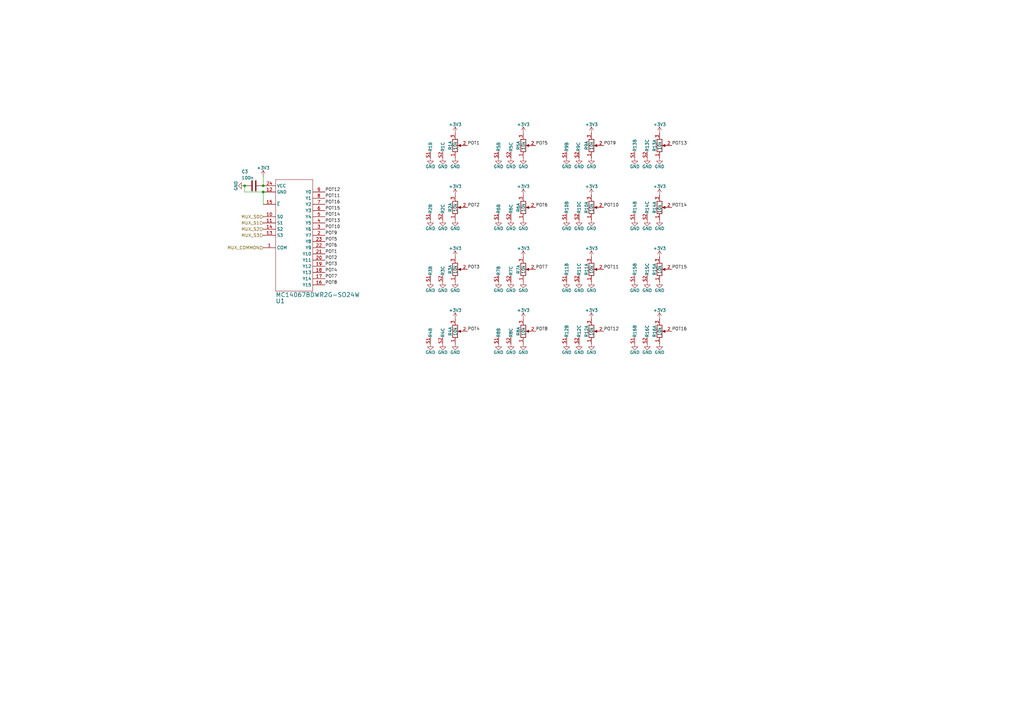
<source format=kicad_sch>
(kicad_sch (version 20250114) (generator "eeschema") (generator_version "9.0")
  (paper "A3")
  (lib_symbols
    (symbol "Device:C" (pin_numbers (hide yes)) (pin_names (offset 0.254))
      (property "Reference" "C" (at 0.635 2.54 0))
      (property "Value" "C" (at 0.635 -2.54 0))
      (symbol "C_1_1"
        (pin passive line (at 0 3.81 270) (length 2.794) (name "~") (number "1"))
        (pin passive line (at 0 -3.81 90) (length 2.794) (name "~") (number "2"))
      )
    )
    (symbol "Igor:74HC4067"
      (property "Reference" "U?" (at 6.35 49.53 0))
      (property "Value" "74HC4067" (at 2.54 46.99 0))
      (symbol "74HC4067_1_1"
        (pin power_in line (at -5.08 43.18 0) (length 5.08) (name "VCC") (number "24"))
        (pin power_in line (at -5.08 40.64 0) (length 5.08) (name "GND") (number "12"))
        (pin input line (at -5.08 35.56 0) (length 5.08) (name "~{E}") (number "15"))
        (pin input line (at -5.08 30.48 0) (length 5.08) (name "S0") (number "10"))
        (pin input line (at -5.08 27.94 0) (length 5.08) (name "S1") (number "11"))
        (pin input line (at -5.08 25.4 0) (length 5.08) (name "S2") (number "14"))
        (pin input line (at -5.08 22.86 0) (length 5.08) (name "S3") (number "13"))
        (pin passive line (at -5.08 17.78 0) (length 5.08) (name "COM") (number "1"))
        (pin passive line (at 20.32 40.64 180) (length 5.08) (name "Y0") (number "9"))
        (pin passive line (at 20.32 38.1 180) (length 5.08) (name "Y1") (number "8"))
        (pin passive line (at 20.32 35.56 180) (length 5.08) (name "Y2") (number "7"))
        (pin passive line (at 20.32 33.02 180) (length 5.08) (name "Y3") (number "6"))
        (pin passive line (at 20.32 30.48 180) (length 5.08) (name "Y4") (number "5"))
        (pin passive line (at 20.32 27.94 180) (length 5.08) (name "Y5") (number "4"))
        (pin passive line (at 20.32 25.4 180) (length 5.08) (name "Y6") (number "3"))
        (pin passive line (at 20.32 22.86 180) (length 5.08) (name "Y7") (number "2"))
        (pin passive line (at 20.32 20.32 180) (length 5.08) (name "Y8") (number "23"))
        (pin passive line (at 20.32 17.78 180) (length 5.08) (name "Y9") (number "22"))
        (pin passive line (at 20.32 15.24 180) (length 5.08) (name "Y10") (number "21"))
        (pin passive line (at 20.32 12.7 180) (length 5.08) (name "Y11") (number "20"))
        (pin passive line (at 20.32 10.16 180) (length 5.08) (name "Y12") (number "19"))
        (pin passive line (at 20.32 7.62 180) (length 5.08) (name "Y13") (number "18"))
        (pin passive line (at 20.32 5.08 180) (length 5.08) (name "Y14") (number "17"))
        (pin passive line (at 20.32 2.54 180) (length 5.08) (name "Y15") (number "16"))
      )
    )
    (symbol "Igor:Potentiometer_S" (pin_names (hide yes))
      (property "Reference" "R" (at 1.778 3.556 0))
      (symbol "Potentiometer_S_1_1"
        (pin passive line (at 0 5.08 270) (length 2.54) (name "1") (number "1"))
        (pin passive line (at 0 -5.08 90) (length 2.54) (name "3") (number "3"))
        (pin passive line (at 5.08 0 180) (length 2.54) (name "2") (number "2"))
      )
      (symbol "Potentiometer_S_2_1"
        (pin passive line (at 0 2.54 270) (length 2.54) (name "S1") (number "S1"))
      )
      (symbol "Potentiometer_S_3_1"
        (pin passive line (at 0 2.54 270) (length 2.54) (name "S2") (number "S2"))
      )
    )
    (symbol "power:+3V3" (power) (pin_numbers (hide yes)) (pin_names (offset 0) (hide yes))
      (property "Value" "+3V3" (at 0 3.556 0))
      (symbol "+3V3_1_1"
        (pin power_in line (at 0 0 90) (length 0) (name "~") (number "1"))
      )
    )
    (symbol "power:GND" (power) (pin_numbers (hide yes)) (pin_names (offset 0) (hide yes))
      (property "Value" "GND" (at 0 -3.81 0))
      (symbol "GND_1_1"
        (pin power_in line (at 0 0 270) (length 0) (name "~") (number "1"))
      )
    )
  )
  (junction (at 100.33 76.2))
  (junction (at 107.95 78.74))
  (junction (at 107.95 76.2))
  (wire (pts (xy 100.33 78.74) (xy 107.95 78.74)) (stroke (width 0.1524)))
  (wire (pts (xy 100.33 78.74) (xy 100.33 76.2)) (stroke (width 0.1524)))
  (wire (pts (xy 107.95 78.74) (xy 107.95 83.82)))
  (wire (pts (xy 107.95 72.39) (xy 107.95 76.2)))
  (label "POT15" (at 275.59 110.49 0))
  (label "POT12" (at 247.65 135.89 0))
  (label "POT5" (at 133.35 99.06 0))
  (label "POT11" (at 133.35 81.28 0))
  (label "POT10" (at 133.35 93.98 0))
  (label "POT14" (at 133.35 88.9 0))
  (label "POT13" (at 133.35 91.44 0))
  (label "POT16" (at 133.35 83.82 0))
  (label "POT14" (at 275.59 85.09 0))
  (label "POT11" (at 247.65 110.49 0))
  (label "POT2" (at 133.35 106.68 0))
  (label "POT3" (at 191.77 110.49 0))
  (label "POT9" (at 133.35 96.52 0))
  (label "POT1" (at 191.77 59.69 0))
  (label "POT9" (at 247.65 59.69 0))
  (label "POT7" (at 219.71 110.49 0))
  (label "POT5" (at 219.71 59.69 0))
  (label "POT6" (at 219.71 85.09 0))
  (label "POT16" (at 275.59 135.89 0))
  (label "POT3" (at 133.35 109.22 0))
  (label "POT4" (at 133.35 111.76 0))
  (label "POT8" (at 219.71 135.89 0))
  (label "POT10" (at 247.65 85.09 0))
  (label "POT1" (at 133.35 104.14 0))
  (label "POT13" (at 275.59 59.69 0))
  (label "POT8" (at 133.35 116.84 0))
  (label "POT6" (at 133.35 101.6 0))
  (label "POT12" (at 133.35 78.74 0))
  (label "POT15" (at 133.35 86.36 0))
  (label "POT2" (at 191.77 85.09 0))
  (label "POT4" (at 191.77 135.89 0))
  (label "POT7" (at 133.35 114.3 0))
  (hierarchical_label "MUX_S2" (shape input) (at 107.95 93.98 180))
  (hierarchical_label "MUX_S1" (shape input) (at 107.95 91.44 180))
  (hierarchical_label "MUX_S3" (shape input) (at 107.95 96.52 180))
  (hierarchical_label "MUX_COMMON" (shape input) (at 107.95 101.6 180))
  (hierarchical_label "MUX_S0" (shape input) (at 107.95 88.9 180))
  (symbol (lib_id "power:+3V3") (at 270.51 130.81 0) (unit 1)
    (property "Reference" "#PWR0139" (effects (hide yes)))
    (property "Value" "+3V3" (at 270.51 127.254 0))
    (property "Description" "Power symbol creates a global label with name \"+3V3\"" (effects (hide yes)))
    (instances (project "Pots" (path "" (reference "#PWR0139") (unit 1)) (path "" (reference "#PWR0141") (unit 1)) (path "" (reference "#PWR0140") (unit 1)) (path "" (reference "#PWR0142") (unit 1))))
  )
  (symbol (lib_id "power:GND") (at 242.57 140.97 0) (unit 1)
    (property "Reference" "#PWR055" (effects (hide yes)))
    (property "Value" "GND" (at 242.57 144.526 0))
    (property "Description" "Power symbol creates a global label with name \"GND\" , ground" (effects (hide yes)))
    (instances (project "Pots" (path "" (reference "#PWR055") (unit 1)) (path "" (reference "#PWR057") (unit 1)) (path "" (reference "#PWR056") (unit 1)) (path "" (reference "#PWR058") (unit 1))))
  )
  (symbol (lib_id "power:+3V3") (at 186.69 105.41 0) (unit 1)
    (property "Reference" "#PWR0111" (effects (hide yes)))
    (property "Value" "+3V3" (at 186.69 101.854 0))
    (property "Description" "Power symbol creates a global label with name \"+3V3\"" (effects (hide yes)))
    (instances (project "Pots" (path "" (reference "#PWR0111") (unit 1)) (path "" (reference "#PWR0113") (unit 1)) (path "" (reference "#PWR0112") (unit 1)) (path "" (reference "#PWR0114") (unit 1))))
  )
  (symbol (lib_id "Igor:Potentiometer_S") (at 209.55 87.63 0) (mirror x) (unit 3)
    (property "Reference" "R6" (at 209.55 87.63 90) (effects (justify right)))
    (property "Value" "10k" (effects (hide yes)))
    (property "Footprint" "Igor:PTV09A-4025F-B103" (effects (hide yes)))
    (property "LCSC" "C7262626" (effects (hide yes)))
    (instances (project "Pots" (path "" (reference "R6") (unit 3)) (path "" (reference "R38") (unit 3)) (path "" (reference "R22") (unit 3)) (path "" (reference "R54") (unit 3))))
  )
  (symbol (lib_id "Igor:Potentiometer_S") (at 242.57 59.69 0) (mirror x) (unit 1)
    (property "Reference" "R9" (at 240.538 59.69 90))
    (property "Value" "10k" (at 243.332 57.912 90) (effects (justify left bottom)))
    (property "Footprint" "Igor:PTV09A-4025F-B103" (effects (hide yes)))
    (property "LCSC" "C7262626" (effects (hide yes)))
    (instances (project "Pots" (path "" (reference "R9") (unit 1)) (path "" (reference "R41") (unit 1)) (path "" (reference "R25") (unit 1)) (path "" (reference "R57") (unit 1))))
  )
  (symbol (lib_id "Igor:Potentiometer_S") (at 204.47 113.03 0) (mirror x) (unit 2)
    (property "Reference" "R7" (at 204.47 113.03 90) (effects (justify right)))
    (property "Value" "10k" (effects (hide yes)))
    (property "Footprint" "Igor:PTV09A-4025F-B103" (effects (hide yes)))
    (property "LCSC" "C7262626" (effects (hide yes)))
    (instances (project "Pots" (path "" (reference "R7") (unit 2)) (path "" (reference "R39") (unit 2)) (path "" (reference "R23") (unit 2)) (path "" (reference "R55") (unit 2))))
  )
  (symbol (lib_id "Igor:Potentiometer_S") (at 260.35 62.23 0) (mirror x) (unit 2)
    (property "Reference" "R13" (at 260.35 62.23 90) (effects (justify right)))
    (property "Value" "10k" (effects (hide yes)))
    (property "Footprint" "Igor:PTV09A-4025F-B103" (effects (hide yes)))
    (property "LCSC" "C7262626" (effects (hide yes)))
    (instances (project "Pots" (path "" (reference "R13") (unit 2)) (path "" (reference "R45") (unit 2)) (path "" (reference "R29") (unit 2)) (path "" (reference "R61") (unit 2))))
  )
  (symbol (lib_id "Igor:Potentiometer_S") (at 181.61 113.03 0) (mirror x) (unit 3)
    (property "Reference" "R3" (at 181.61 113.03 90) (effects (justify right)))
    (property "Value" "10k" (effects (hide yes)))
    (property "Footprint" "Igor:PTV09A-4025F-B103" (effects (hide yes)))
    (property "LCSC" "C7262626" (effects (hide yes)))
    (instances (project "Pots" (path "" (reference "R3") (unit 3)) (path "" (reference "R35") (unit 3)) (path "" (reference "R19") (unit 3)) (path "" (reference "R51") (unit 3))))
  )
  (symbol (lib_id "power:+3V3") (at 107.95 72.39 0) (unit 1)
    (property "Reference" "#PWR075" (effects (hide yes)))
    (property "Value" "+3V3" (at 107.95 68.834 0))
    (property "Description" "Power symbol creates a global label with name \"+3V3\"" (effects (hide yes)))
    (instances (project "Pots" (path "" (reference "#PWR075") (unit 1)) (path "" (reference "#PWR077") (unit 1)) (path "" (reference "#PWR076") (unit 1)) (path "" (reference "#PWR078") (unit 1))))
  )
  (symbol (lib_id "Igor:Potentiometer_S") (at 181.61 62.23 0) (mirror x) (unit 3)
    (property "Reference" "R1" (at 181.61 62.23 90) (effects (justify right)))
    (property "Value" "10k" (effects (hide yes)))
    (property "Footprint" "Igor:PTV09A-4025F-B103" (effects (hide yes)))
    (property "LCSC" "C7262626" (effects (hide yes)))
    (instances (project "Pots" (path "" (reference "R1") (unit 3)) (path "" (reference "R33") (unit 3)) (path "" (reference "R17") (unit 3)) (path "" (reference "R49") (unit 3))))
  )
  (symbol (lib_id "Igor:Potentiometer_S") (at 260.35 87.63 0) (mirror x) (unit 2)
    (property "Reference" "R14" (at 260.35 87.63 90) (effects (justify right)))
    (property "Value" "10k" (effects (hide yes)))
    (property "Footprint" "Igor:PTV09A-4025F-B103" (effects (hide yes)))
    (property "LCSC" "C7262626" (effects (hide yes)))
    (instances (project "Pots" (path "" (reference "R14") (unit 2)) (path "" (reference "R46") (unit 2)) (path "" (reference "R30") (unit 2)) (path "" (reference "R62") (unit 2))))
  )
  (symbol (lib_id "power:GND") (at 204.47 90.17 0) (unit 1)
    (property "Reference" "#PWR0183" (effects (hide yes)))
    (property "Value" "GND" (at 204.47 93.726 0))
    (property "Description" "Power symbol creates a global label with name \"GND\" , ground" (effects (hide yes)))
    (instances (project "Pots" (path "" (reference "#PWR0183") (unit 1)) (path "" (reference "#PWR0187") (unit 1)) (path "" (reference "#PWR0185") (unit 1)) (path "" (reference "#PWR0189") (unit 1))))
  )
  (symbol (lib_id "Igor:Potentiometer_S") (at 181.61 87.63 0) (mirror x) (unit 3)
    (property "Reference" "R2" (at 181.61 87.63 90) (effects (justify right)))
    (property "Value" "10k" (effects (hide yes)))
    (property "Footprint" "Igor:PTV09A-4025F-B103" (effects (hide yes)))
    (property "LCSC" "C7262626" (effects (hide yes)))
    (instances (project "Pots" (path "" (reference "R2") (unit 3)) (path "" (reference "R34") (unit 3)) (path "" (reference "R18") (unit 3)) (path "" (reference "R50") (unit 3))))
  )
  (symbol (lib_id "power:GND") (at 270.51 140.97 0) (unit 1)
    (property "Reference" "#PWR059" (effects (hide yes)))
    (property "Value" "GND" (at 270.51 144.526 0))
    (property "Description" "Power symbol creates a global label with name \"GND\" , ground" (effects (hide yes)))
    (instances (project "Pots" (path "" (reference "#PWR059") (unit 1)) (path "" (reference "#PWR061") (unit 1)) (path "" (reference "#PWR060") (unit 1)) (path "" (reference "#PWR062") (unit 1))))
  )
  (symbol (lib_id "power:GND") (at 209.55 140.97 0) (unit 1)
    (property "Reference" "#PWR0248" (effects (hide yes)))
    (property "Value" "GND" (at 209.55 144.526 0))
    (property "Description" "Power symbol creates a global label with name \"GND\" , ground" (effects (hide yes)))
    (instances (project "Pots" (path "" (reference "#PWR0248") (unit 1)) (path "" (reference "#PWR0252") (unit 1)) (path "" (reference "#PWR0250") (unit 1)) (path "" (reference "#PWR0254") (unit 1))))
  )
  (symbol (lib_id "power:GND") (at 214.63 115.57 0) (unit 1)
    (property "Reference" "#PWR031" (effects (hide yes)))
    (property "Value" "GND" (at 214.63 119.126 0))
    (property "Description" "Power symbol creates a global label with name \"GND\" , ground" (effects (hide yes)))
    (instances (project "Pots" (path "" (reference "#PWR031") (unit 1)) (path "" (reference "#PWR033") (unit 1)) (path "" (reference "#PWR032") (unit 1)) (path "" (reference "#PWR034") (unit 1))))
  )
  (symbol (lib_id "power:+3V3") (at 270.51 80.01 0) (unit 1)
    (property "Reference" "#PWR095" (effects (hide yes)))
    (property "Value" "+3V3" (at 270.51 76.454 0))
    (property "Description" "Power symbol creates a global label with name \"+3V3\"" (effects (hide yes)))
    (instances (project "Pots" (path "" (reference "#PWR095") (unit 1)) (path "" (reference "#PWR097") (unit 1)) (path "" (reference "#PWR096") (unit 1)) (path "" (reference "#PWR098") (unit 1))))
  )
  (symbol (lib_id "Igor:Potentiometer_S") (at 186.69 85.09 0) (mirror x) (unit 1)
    (property "Reference" "R2" (at 184.658 85.09 90))
    (property "Value" "10k" (at 187.452 83.312 90) (effects (justify left bottom)))
    (property "Footprint" "Igor:PTV09A-4025F-B103" (effects (hide yes)))
    (property "LCSC" "C7262626" (effects (hide yes)))
    (instances (project "Pots" (path "" (reference "R2") (unit 1)) (path "" (reference "R34") (unit 1)) (path "" (reference "R18") (unit 1)) (path "" (reference "R50") (unit 1))))
  )
  (symbol (lib_id "Igor:Potentiometer_S") (at 214.63 59.69 0) (mirror x) (unit 1)
    (property "Reference" "R5" (at 212.598 59.69 90))
    (property "Value" "10k" (at 215.392 57.912 90) (effects (justify left bottom)))
    (property "Footprint" "Igor:PTV09A-4025F-B103" (effects (hide yes)))
    (property "LCSC" "C7262626" (effects (hide yes)))
    (instances (project "Pots" (path "" (reference "R5") (unit 1)) (path "" (reference "R37") (unit 1)) (path "" (reference "R21") (unit 1)) (path "" (reference "R53") (unit 1))))
  )
  (symbol (lib_id "power:GND") (at 260.35 115.57 0) (unit 1)
    (property "Reference" "#PWR0231" (effects (hide yes)))
    (property "Value" "GND" (at 260.35 119.126 0))
    (property "Description" "Power symbol creates a global label with name \"GND\" , ground" (effects (hide yes)))
    (instances (project "Pots" (path "" (reference "#PWR0231") (unit 1)) (path "" (reference "#PWR0235") (unit 1)) (path "" (reference "#PWR0233") (unit 1)) (path "" (reference "#PWR0237") (unit 1))))
  )
  (symbol (lib_id "Igor:Potentiometer_S") (at 265.43 113.03 0) (mirror x) (unit 3)
    (property "Reference" "R15" (at 265.43 113.03 90) (effects (justify right)))
    (property "Value" "10k" (effects (hide yes)))
    (property "Footprint" "Igor:PTV09A-4025F-B103" (effects (hide yes)))
    (property "LCSC" "C7262626" (effects (hide yes)))
    (instances (project "Pots" (path "" (reference "R15") (unit 3)) (path "" (reference "R47") (unit 3)) (path "" (reference "R31") (unit 3)) (path "" (reference "R63") (unit 3))))
  )
  (symbol (lib_id "power:GND") (at 232.41 90.17 0) (unit 1)
    (property "Reference" "#PWR0191" (effects (hide yes)))
    (property "Value" "GND" (at 232.41 93.726 0))
    (property "Description" "Power symbol creates a global label with name \"GND\" , ground" (effects (hide yes)))
    (instances (project "Pots" (path "" (reference "#PWR0191") (unit 1)) (path "" (reference "#PWR0195") (unit 1)) (path "" (reference "#PWR0193") (unit 1)) (path "" (reference "#PWR0197") (unit 1))))
  )
  (symbol (lib_id "Igor:Potentiometer_S") (at 242.57 110.49 0) (mirror x) (unit 1)
    (property "Reference" "R11" (at 240.538 110.49 90))
    (property "Value" "10k" (at 243.332 108.712 90) (effects (justify left bottom)))
    (property "Footprint" "Igor:PTV09A-4025F-B103" (effects (hide yes)))
    (property "LCSC" "C7262626" (effects (hide yes)))
    (instances (project "Pots" (path "" (reference "R11") (unit 1)) (path "" (reference "R43") (unit 1)) (path "" (reference "R27") (unit 1)) (path "" (reference "R59") (unit 1))))
  )
  (symbol (lib_id "power:+3V3") (at 242.57 130.81 0) (unit 1)
    (property "Reference" "#PWR0135" (effects (hide yes)))
    (property "Value" "+3V3" (at 242.57 127.254 0))
    (property "Description" "Power symbol creates a global label with name \"+3V3\"" (effects (hide yes)))
    (instances (project "Pots" (path "" (reference "#PWR0135") (unit 1)) (path "" (reference "#PWR0137") (unit 1)) (path "" (reference "#PWR0136") (unit 1)) (path "" (reference "#PWR0138") (unit 1))))
  )
  (symbol (lib_id "power:GND") (at 242.57 64.77 0) (unit 1)
    (property "Reference" "#PWR043" (effects (hide yes)))
    (property "Value" "GND" (at 242.57 68.326 0))
    (property "Description" "Power symbol creates a global label with name \"GND\" , ground" (effects (hide yes)))
    (instances (project "Pots" (path "" (reference "#PWR043") (unit 1)) (path "" (reference "#PWR045") (unit 1)) (path "" (reference "#PWR044") (unit 1)) (path "" (reference "#PWR046") (unit 1))))
  )
  (symbol (lib_id "Igor:Potentiometer_S") (at 186.69 135.89 0) (mirror x) (unit 1)
    (property "Reference" "R4" (at 184.658 135.89 90))
    (property "Value" "10k" (at 187.452 134.112 90) (effects (justify left bottom)))
    (property "Footprint" "Igor:PTV09A-4025F-B103" (effects (hide yes)))
    (property "LCSC" "C7262626" (effects (hide yes)))
    (instances (project "Pots" (path "" (reference "R4") (unit 1)) (path "" (reference "R36") (unit 1)) (path "" (reference "R20") (unit 1)) (path "" (reference "R52") (unit 1))))
  )
  (symbol (lib_id "power:GND") (at 176.53 115.57 0) (unit 1)
    (property "Reference" "#PWR0207" (effects (hide yes)))
    (property "Value" "GND" (at 176.53 119.126 0))
    (property "Description" "Power symbol creates a global label with name \"GND\" , ground" (effects (hide yes)))
    (instances (project "Pots" (path "" (reference "#PWR0207") (unit 1)) (path "" (reference "#PWR0211") (unit 1)) (path "" (reference "#PWR0209") (unit 1)) (path "" (reference "#PWR0213") (unit 1))))
  )
  (symbol (lib_id "power:+3V3") (at 214.63 130.81 0) (unit 1)
    (property "Reference" "#PWR0131" (effects (hide yes)))
    (property "Value" "+3V3" (at 214.63 127.254 0))
    (property "Description" "Power symbol creates a global label with name \"+3V3\"" (effects (hide yes)))
    (instances (project "Pots" (path "" (reference "#PWR0131") (unit 1)) (path "" (reference "#PWR0133") (unit 1)) (path "" (reference "#PWR0132") (unit 1)) (path "" (reference "#PWR0134") (unit 1))))
  )
  (symbol (lib_id "power:GND") (at 181.61 64.77 0) (unit 1)
    (property "Reference" "#PWR0147" (effects (hide yes)))
    (property "Value" "GND" (at 181.61 68.326 0))
    (property "Description" "Power symbol creates a global label with name \"GND\" , ground" (effects (hide yes)))
    (instances (project "Pots" (path "" (reference "#PWR0147") (unit 1)) (path "" (reference "#PWR0149") (unit 1)) (path "" (reference "#PWR0148") (unit 1)) (path "" (reference "#PWR0150") (unit 1))))
  )
  (symbol (lib_id "power:GND") (at 204.47 115.57 0) (unit 1)
    (property "Reference" "#PWR0215" (effects (hide yes)))
    (property "Value" "GND" (at 204.47 119.126 0))
    (property "Description" "Power symbol creates a global label with name \"GND\" , ground" (effects (hide yes)))
    (instances (project "Pots" (path "" (reference "#PWR0215") (unit 1)) (path "" (reference "#PWR0219") (unit 1)) (path "" (reference "#PWR0217") (unit 1)) (path "" (reference "#PWR0221") (unit 1))))
  )
  (symbol (lib_id "Igor:Potentiometer_S") (at 214.63 110.49 0) (mirror x) (unit 1)
    (property "Reference" "R7" (at 212.598 110.49 90))
    (property "Value" "10k" (at 215.392 108.712 90) (effects (justify left bottom)))
    (property "Footprint" "Igor:PTV09A-4025F-B103" (effects (hide yes)))
    (property "LCSC" "C7262626" (effects (hide yes)))
    (instances (project "Pots" (path "" (reference "R7") (unit 1)) (path "" (reference "R39") (unit 1)) (path "" (reference "R23") (unit 1)) (path "" (reference "R55") (unit 1))))
  )
  (symbol (lib_id "Igor:Potentiometer_S") (at 181.61 138.43 0) (mirror x) (unit 3)
    (property "Reference" "R4" (at 181.61 138.43 90) (effects (justify right)))
    (property "Value" "10k" (effects (hide yes)))
    (property "Footprint" "Igor:PTV09A-4025F-B103" (effects (hide yes)))
    (property "LCSC" "C7262626" (effects (hide yes)))
    (instances (project "Pots" (path "" (reference "R4") (unit 3)) (path "" (reference "R36") (unit 3)) (path "" (reference "R20") (unit 3)) (path "" (reference "R52") (unit 3))))
  )
  (symbol (lib_id "Igor:Potentiometer_S") (at 204.47 87.63 0) (mirror x) (unit 2)
    (property "Reference" "R6" (at 204.47 87.63 90) (effects (justify right)))
    (property "Value" "10k" (effects (hide yes)))
    (property "Footprint" "Igor:PTV09A-4025F-B103" (effects (hide yes)))
    (property "LCSC" "C7262626" (effects (hide yes)))
    (instances (project "Pots" (path "" (reference "R6") (unit 2)) (path "" (reference "R38") (unit 2)) (path "" (reference "R22") (unit 2)) (path "" (reference "R54") (unit 2))))
  )
  (symbol (lib_id "power:GND") (at 181.61 140.97 0) (unit 1)
    (property "Reference" "#PWR0240" (effects (hide yes)))
    (property "Value" "GND" (at 181.61 144.526 0))
    (property "Description" "Power symbol creates a global label with name \"GND\" , ground" (effects (hide yes)))
    (instances (project "Pots" (path "" (reference "#PWR0240") (unit 1)) (path "" (reference "#PWR0244") (unit 1)) (path "" (reference "#PWR0242") (unit 1)) (path "" (reference "#PWR0246") (unit 1))))
  )
  (symbol (lib_id "power:GND") (at 186.69 90.17 0) (unit 1)
    (property "Reference" "#PWR015" (effects (hide yes)))
    (property "Value" "GND" (at 186.69 93.726 0))
    (property "Description" "Power symbol creates a global label with name \"GND\" , ground" (effects (hide yes)))
    (instances (project "Pots" (path "" (reference "#PWR015") (unit 1)) (path "" (reference "#PWR017") (unit 1)) (path "" (reference "#PWR016") (unit 1)) (path "" (reference "#PWR018") (unit 1))))
  )
  (symbol (lib_id "Igor:Potentiometer_S") (at 270.51 110.49 0) (mirror x) (unit 1)
    (property "Reference" "R15" (at 268.478 110.49 90))
    (property "Value" "10k" (at 271.272 108.712 90) (effects (justify left bottom)))
    (property "Footprint" "Igor:PTV09A-4025F-B103" (effects (hide yes)))
    (property "LCSC" "C7262626" (effects (hide yes)))
    (instances (project "Pots" (path "" (reference "R15") (unit 1)) (path "" (reference "R47") (unit 1)) (path "" (reference "R31") (unit 1)) (path "" (reference "R63") (unit 1))))
  )
  (symbol (lib_id "power:+3V3") (at 242.57 80.01 0) (unit 1)
    (property "Reference" "#PWR099" (effects (hide yes)))
    (property "Value" "+3V3" (at 242.57 76.454 0))
    (property "Description" "Power symbol creates a global label with name \"+3V3\"" (effects (hide yes)))
    (instances (project "Pots" (path "" (reference "#PWR099") (unit 1)) (path "" (reference "#PWR0101") (unit 1)) (path "" (reference "#PWR0100") (unit 1)) (path "" (reference "#PWR0102") (unit 1))))
  )
  (symbol (lib_id "power:GND") (at 237.49 140.97 0) (unit 1)
    (property "Reference" "#PWR0256" (effects (hide yes)))
    (property "Value" "GND" (at 237.49 144.526 0))
    (property "Description" "Power symbol creates a global label with name \"GND\" , ground" (effects (hide yes)))
    (instances (project "Pots" (path "" (reference "#PWR0256") (unit 1)) (path "" (reference "#PWR0260") (unit 1)) (path "" (reference "#PWR0258") (unit 1)) (path "" (reference "#PWR0262") (unit 1))))
  )
  (symbol (lib_id "power:+3V3") (at 242.57 105.41 0) (unit 1)
    (property "Reference" "#PWR0119" (effects (hide yes)))
    (property "Value" "+3V3" (at 242.57 101.854 0))
    (property "Description" "Power symbol creates a global label with name \"+3V3\"" (effects (hide yes)))
    (instances (project "Pots" (path "" (reference "#PWR0119") (unit 1)) (path "" (reference "#PWR0121") (unit 1)) (path "" (reference "#PWR0120") (unit 1)) (path "" (reference "#PWR0122") (unit 1))))
  )
  (symbol (lib_id "Igor:Potentiometer_S") (at 214.63 85.09 0) (mirror x) (unit 1)
    (property "Reference" "R6" (at 212.598 85.09 90))
    (property "Value" "10k" (at 215.392 83.312 90) (effects (justify left bottom)))
    (property "Footprint" "Igor:PTV09A-4025F-B103" (effects (hide yes)))
    (property "LCSC" "C7262626" (effects (hide yes)))
    (instances (project "Pots" (path "" (reference "R6") (unit 1)) (path "" (reference "R38") (unit 1)) (path "" (reference "R22") (unit 1)) (path "" (reference "R54") (unit 1))))
  )
  (symbol (lib_id "power:GND") (at 270.51 115.57 0) (unit 1)
    (property "Reference" "#PWR063" (effects (hide yes)))
    (property "Value" "GND" (at 270.51 119.126 0))
    (property "Description" "Power symbol creates a global label with name \"GND\" , ground" (effects (hide yes)))
    (instances (project "Pots" (path "" (reference "#PWR063") (unit 1)) (path "" (reference "#PWR065") (unit 1)) (path "" (reference "#PWR064") (unit 1)) (path "" (reference "#PWR066") (unit 1))))
  )
  (symbol (lib_id "power:+3V3") (at 186.69 80.01 0) (unit 1)
    (property "Reference" "#PWR0107" (effects (hide yes)))
    (property "Value" "+3V3" (at 186.69 76.454 0))
    (property "Description" "Power symbol creates a global label with name \"+3V3\"" (effects (hide yes)))
    (instances (project "Pots" (path "" (reference "#PWR0107") (unit 1)) (path "" (reference "#PWR0109") (unit 1)) (path "" (reference "#PWR0108") (unit 1)) (path "" (reference "#PWR0110") (unit 1))))
  )
  (symbol (lib_id "power:+3V3") (at 242.57 54.61 0) (unit 1)
    (property "Reference" "#PWR087" (effects (hide yes)))
    (property "Value" "+3V3" (at 242.57 51.054 0))
    (property "Description" "Power symbol creates a global label with name \"+3V3\"" (effects (hide yes)))
    (instances (project "Pots" (path "" (reference "#PWR087") (unit 1)) (path "" (reference "#PWR089") (unit 1)) (path "" (reference "#PWR088") (unit 1)) (path "" (reference "#PWR090") (unit 1))))
  )
  (symbol (lib_id "power:GND") (at 100.33 76.2 270) (unit 1)
    (property "Reference" "#PWR07" (effects (hide yes)))
    (property "Value" "GND" (at 96.774 76.2 0))
    (property "Description" "Power symbol creates a global label with name \"GND\" , ground" (effects (hide yes)))
    (instances (project "Pots" (path "" (reference "#PWR07") (unit 1)) (path "" (reference "#PWR09") (unit 1)) (path "" (reference "#PWR08") (unit 1)) (path "" (reference "#PWR010") (unit 1))))
  )
  (symbol (lib_id "Igor:Potentiometer_S") (at 265.43 62.23 0) (mirror x) (unit 3)
    (property "Reference" "R13" (at 265.43 62.23 90) (effects (justify right)))
    (property "Value" "10k" (effects (hide yes)))
    (property "Footprint" "Igor:PTV09A-4025F-B103" (effects (hide yes)))
    (property "LCSC" "C7262626" (effects (hide yes)))
    (instances (project "Pots" (path "" (reference "R13") (unit 3)) (path "" (reference "R45") (unit 3)) (path "" (reference "R29") (unit 3)) (path "" (reference "R61") (unit 3))))
  )
  (symbol (lib_id "power:GND") (at 242.57 90.17 0) (unit 1)
    (property "Reference" "#PWR047" (effects (hide yes)))
    (property "Value" "GND" (at 242.57 93.726 0))
    (property "Description" "Power symbol creates a global label with name \"GND\" , ground" (effects (hide yes)))
    (instances (project "Pots" (path "" (reference "#PWR047") (unit 1)) (path "" (reference "#PWR049") (unit 1)) (path "" (reference "#PWR048") (unit 1)) (path "" (reference "#PWR050") (unit 1))))
  )
  (symbol (lib_id "power:GND") (at 214.63 64.77 0) (unit 1)
    (property "Reference" "#PWR039" (effects (hide yes)))
    (property "Value" "GND" (at 214.63 68.326 0))
    (property "Description" "Power symbol creates a global label with name \"GND\" , ground" (effects (hide yes)))
    (instances (project "Pots" (path "" (reference "#PWR039") (unit 1)) (path "" (reference "#PWR041") (unit 1)) (path "" (reference "#PWR040") (unit 1)) (path "" (reference "#PWR042") (unit 1))))
  )
  (symbol (lib_id "power:GND") (at 270.51 90.17 0) (unit 1)
    (property "Reference" "#PWR067" (effects (hide yes)))
    (property "Value" "GND" (at 270.51 93.726 0))
    (property "Description" "Power symbol creates a global label with name \"GND\" , ground" (effects (hide yes)))
    (instances (project "Pots" (path "" (reference "#PWR067") (unit 1)) (path "" (reference "#PWR069") (unit 1)) (path "" (reference "#PWR068") (unit 1)) (path "" (reference "#PWR070") (unit 1))))
  )
  (symbol (lib_id "power:+3V3") (at 270.51 105.41 0) (unit 1)
    (property "Reference" "#PWR0123" (effects (hide yes)))
    (property "Value" "+3V3" (at 270.51 101.854 0))
    (property "Description" "Power symbol creates a global label with name \"+3V3\"" (effects (hide yes)))
    (instances (project "Pots" (path "" (reference "#PWR0123") (unit 1)) (path "" (reference "#PWR0125") (unit 1)) (path "" (reference "#PWR0124") (unit 1)) (path "" (reference "#PWR0126") (unit 1))))
  )
  (symbol (lib_id "Igor:Potentiometer_S") (at 176.53 87.63 0) (mirror x) (unit 2)
    (property "Reference" "R2" (at 176.53 87.63 90) (effects (justify right)))
    (property "Value" "10k" (effects (hide yes)))
    (property "Footprint" "Igor:PTV09A-4025F-B103" (effects (hide yes)))
    (property "LCSC" "C7262626" (effects (hide yes)))
    (instances (project "Pots" (path "" (reference "R2") (unit 2)) (path "" (reference "R34") (unit 2)) (path "" (reference "R18") (unit 2)) (path "" (reference "R50") (unit 2))))
  )
  (symbol (lib_id "power:GND") (at 260.35 90.17 0) (unit 1)
    (property "Reference" "#PWR0199" (effects (hide yes)))
    (property "Value" "GND" (at 260.35 93.726 0))
    (property "Description" "Power symbol creates a global label with name \"GND\" , ground" (effects (hide yes)))
    (instances (project "Pots" (path "" (reference "#PWR0199") (unit 1)) (path "" (reference "#PWR0203") (unit 1)) (path "" (reference "#PWR0201") (unit 1)) (path "" (reference "#PWR0205") (unit 1))))
  )
  (symbol (lib_id "Igor:Potentiometer_S") (at 176.53 138.43 0) (mirror x) (unit 2)
    (property "Reference" "R4" (at 176.53 138.43 90) (effects (justify right)))
    (property "Value" "10k" (effects (hide yes)))
    (property "Footprint" "Igor:PTV09A-4025F-B103" (effects (hide yes)))
    (property "LCSC" "C7262626" (effects (hide yes)))
    (instances (project "Pots" (path "" (reference "R4") (unit 2)) (path "" (reference "R36") (unit 2)) (path "" (reference "R20") (unit 2)) (path "" (reference "R52") (unit 2))))
  )
  (symbol (lib_id "Device:C") (at 104.14 76.2 90) (unit 1)
    (property "Reference" "C3" (at 99.06 71.12 90) (effects (justify right top)))
    (property "Value" "100n" (at 99.06 73.66 90) (effects (justify right top)))
    (property "Footprint" "Capacitor_SMD:C_0402_1005Metric" (effects (hide yes)))
    (property "Description" "Unpolarized capacitor" (effects (hide yes)))
    (property "LCSC" "C1525" (effects (hide yes)))
    (instances (project "Pots" (path "" (reference "C3") (unit 1)) (path "" (reference "C5") (unit 1)) (path "" (reference "C4") (unit 1)) (path "" (reference "C6") (unit 1))))
  )
  (symbol (lib_id "power:GND") (at 176.53 64.77 0) (unit 1)
    (property "Reference" "#PWR0143" (effects (hide yes)))
    (property "Value" "GND" (at 176.53 68.326 0))
    (property "Description" "Power symbol creates a global label with name \"GND\" , ground" (effects (hide yes)))
    (instances (project "Pots" (path "" (reference "#PWR0143") (unit 1)) (path "" (reference "#PWR0145") (unit 1)) (path "" (reference "#PWR0144") (unit 1)) (path "" (reference "#PWR0146") (unit 1))))
  )
  (symbol (lib_id "power:GND") (at 265.43 64.77 0) (unit 1)
    (property "Reference" "#PWR0168" (effects (hide yes)))
    (property "Value" "GND" (at 265.43 68.326 0))
    (property "Description" "Power symbol creates a global label with name \"GND\" , ground" (effects (hide yes)))
    (instances (project "Pots" (path "" (reference "#PWR0168") (unit 1)) (path "" (reference "#PWR0172") (unit 1)) (path "" (reference "#PWR0170") (unit 1)) (path "" (reference "#PWR0174") (unit 1))))
  )
  (symbol (lib_id "Igor:Potentiometer_S") (at 242.57 85.09 0) (mirror x) (unit 1)
    (property "Reference" "R10" (at 240.538 85.09 90))
    (property "Value" "10k" (at 243.332 83.312 90) (effects (justify left bottom)))
    (property "Footprint" "Igor:PTV09A-4025F-B103" (effects (hide yes)))
    (property "LCSC" "C7262626" (effects (hide yes)))
    (instances (project "Pots" (path "" (reference "R10") (unit 1)) (path "" (reference "R42") (unit 1)) (path "" (reference "R26") (unit 1)) (path "" (reference "R58") (unit 1))))
  )
  (symbol (lib_id "power:GND") (at 214.63 90.17 0) (unit 1)
    (property "Reference" "#PWR035" (effects (hide yes)))
    (property "Value" "GND" (at 214.63 93.726 0))
    (property "Description" "Power symbol creates a global label with name \"GND\" , ground" (effects (hide yes)))
    (instances (project "Pots" (path "" (reference "#PWR035") (unit 1)) (path "" (reference "#PWR037") (unit 1)) (path "" (reference "#PWR036") (unit 1)) (path "" (reference "#PWR038") (unit 1))))
  )
  (symbol (lib_id "Igor:Potentiometer_S") (at 260.35 113.03 0) (mirror x) (unit 2)
    (property "Reference" "R15" (at 260.35 113.03 90) (effects (justify right)))
    (property "Value" "10k" (effects (hide yes)))
    (property "Footprint" "Igor:PTV09A-4025F-B103" (effects (hide yes)))
    (property "LCSC" "C7262626" (effects (hide yes)))
    (instances (project "Pots" (path "" (reference "R15") (unit 2)) (path "" (reference "R47") (unit 2)) (path "" (reference "R31") (unit 2)) (path "" (reference "R63") (unit 2))))
  )
  (symbol (lib_id "Igor:Potentiometer_S") (at 209.55 113.03 0) (mirror x) (unit 3)
    (property "Reference" "R7" (at 209.55 113.03 90) (effects (justify right)))
    (property "Value" "10k" (effects (hide yes)))
    (property "Footprint" "Igor:PTV09A-4025F-B103" (effects (hide yes)))
    (property "LCSC" "C7262626" (effects (hide yes)))
    (instances (project "Pots" (path "" (reference "R7") (unit 3)) (path "" (reference "R39") (unit 3)) (path "" (reference "R23") (unit 3)) (path "" (reference "R55") (unit 3))))
  )
  (symbol (lib_id "Igor:Potentiometer_S") (at 209.55 62.23 0) (mirror x) (unit 3)
    (property "Reference" "R5" (at 209.55 62.23 90) (effects (justify right)))
    (property "Value" "10k" (effects (hide yes)))
    (property "Footprint" "Igor:PTV09A-4025F-B103" (effects (hide yes)))
    (property "LCSC" "C7262626" (effects (hide yes)))
    (instances (project "Pots" (path "" (reference "R5") (unit 3)) (path "" (reference "R37") (unit 3)) (path "" (reference "R21") (unit 3)) (path "" (reference "R53") (unit 3))))
  )
  (symbol (lib_id "power:GND") (at 260.35 140.97 0) (unit 1)
    (property "Reference" "#PWR0263" (effects (hide yes)))
    (property "Value" "GND" (at 260.35 144.526 0))
    (property "Description" "Power symbol creates a global label with name \"GND\" , ground" (effects (hide yes)))
    (instances (project "Pots" (path "" (reference "#PWR0263") (unit 1)) (path "" (reference "#PWR0267") (unit 1)) (path "" (reference "#PWR0265") (unit 1)) (path "" (reference "#PWR0269") (unit 1))))
  )
  (symbol (lib_id "power:GND") (at 237.49 90.17 0) (unit 1)
    (property "Reference" "#PWR0192" (effects (hide yes)))
    (property "Value" "GND" (at 237.49 93.726 0))
    (property "Description" "Power symbol creates a global label with name \"GND\" , ground" (effects (hide yes)))
    (instances (project "Pots" (path "" (reference "#PWR0192") (unit 1)) (path "" (reference "#PWR0196") (unit 1)) (path "" (reference "#PWR0194") (unit 1)) (path "" (reference "#PWR0198") (unit 1))))
  )
  (symbol (lib_id "power:GND") (at 209.55 64.77 0) (mirror y) (unit 1)
    (property "Reference" "#PWR0152" (effects (hide yes)))
    (property "Value" "GND" (at 209.55 68.326 0))
    (property "Description" "Power symbol creates a global label with name \"GND\" , ground" (effects (hide yes)))
    (instances (project "Pots" (path "" (reference "#PWR0152") (unit 1)) (path "" (reference "#PWR0156") (unit 1)) (path "" (reference "#PWR0154") (unit 1)) (path "" (reference "#PWR0158") (unit 1))))
  )
  (symbol (lib_id "power:+3V3") (at 186.69 54.61 0) (unit 1)
    (property "Reference" "#PWR079" (effects (hide yes)))
    (property "Value" "+3V3" (at 186.69 51.054 0))
    (property "Description" "Power symbol creates a global label with name \"+3V3\"" (effects (hide yes)))
    (instances (project "Pots" (path "" (reference "#PWR079") (unit 1)) (path "" (reference "#PWR081") (unit 1)) (path "" (reference "#PWR080") (unit 1)) (path "" (reference "#PWR082") (unit 1))))
  )
  (symbol (lib_id "Igor:Potentiometer_S") (at 176.53 62.23 0) (mirror x) (unit 2)
    (property "Reference" "R1" (at 176.53 62.23 90) (effects (justify right)))
    (property "Value" "10k" (effects (hide yes)))
    (property "Footprint" "Igor:PTV09A-4025F-B103" (effects (hide yes)))
    (property "LCSC" "C7262626" (effects (hide yes)))
    (instances (project "Pots" (path "" (reference "R1") (unit 2)) (path "" (reference "R33") (unit 2)) (path "" (reference "R17") (unit 2)) (path "" (reference "R49") (unit 2))))
  )
  (symbol (lib_id "power:GND") (at 204.47 64.77 0) (unit 1)
    (property "Reference" "#PWR0151" (effects (hide yes)))
    (property "Value" "GND" (at 204.47 68.326 0))
    (property "Description" "Power symbol creates a global label with name \"GND\" , ground" (effects (hide yes)))
    (instances (project "Pots" (path "" (reference "#PWR0151") (unit 1)) (path "" (reference "#PWR0155") (unit 1)) (path "" (reference "#PWR0153") (unit 1)) (path "" (reference "#PWR0157") (unit 1))))
  )
  (symbol (lib_id "Igor:Potentiometer_S") (at 204.47 138.43 0) (mirror x) (unit 2)
    (property "Reference" "R8" (at 204.47 138.43 90) (effects (justify right)))
    (property "Value" "10k" (effects (hide yes)))
    (property "Footprint" "Igor:PTV09A-4025F-B103" (effects (hide yes)))
    (property "LCSC" "C7262626" (effects (hide yes)))
    (instances (project "Pots" (path "" (reference "R8") (unit 2)) (path "" (reference "R40") (unit 2)) (path "" (reference "R24") (unit 2)) (path "" (reference "R56") (unit 2))))
  )
  (symbol (lib_id "power:GND") (at 181.61 90.17 0) (unit 1)
    (property "Reference" "#PWR0176" (effects (hide yes)))
    (property "Value" "GND" (at 181.61 93.726 0))
    (property "Description" "Power symbol creates a global label with name \"GND\" , ground" (effects (hide yes)))
    (instances (project "Pots" (path "" (reference "#PWR0176") (unit 1)) (path "" (reference "#PWR0180") (unit 1)) (path "" (reference "#PWR0178") (unit 1)) (path "" (reference "#PWR0182") (unit 1))))
  )
  (symbol (lib_id "Igor:Potentiometer_S") (at 265.43 87.63 0) (mirror x) (unit 3)
    (property "Reference" "R14" (at 265.43 87.63 90) (effects (justify right)))
    (property "Value" "10k" (effects (hide yes)))
    (property "Footprint" "Igor:PTV09A-4025F-B103" (effects (hide yes)))
    (property "LCSC" "C7262626" (effects (hide yes)))
    (instances (project "Pots" (path "" (reference "R14") (unit 3)) (path "" (reference "R46") (unit 3)) (path "" (reference "R30") (unit 3)) (path "" (reference "R62") (unit 3))))
  )
  (symbol (lib_id "Igor:Potentiometer_S") (at 232.41 87.63 0) (mirror x) (unit 2)
    (property "Reference" "R10" (at 232.41 87.63 90) (effects (justify right)))
    (property "Value" "10k" (effects (hide yes)))
    (property "Footprint" "Igor:PTV09A-4025F-B103" (effects (hide yes)))
    (property "LCSC" "C7262626" (effects (hide yes)))
    (instances (project "Pots" (path "" (reference "R10") (unit 2)) (path "" (reference "R42") (unit 2)) (path "" (reference "R26") (unit 2)) (path "" (reference "R58") (unit 2))))
  )
  (symbol (lib_id "Igor:Potentiometer_S") (at 232.41 138.43 0) (mirror x) (unit 2)
    (property "Reference" "R12" (at 232.41 138.43 90) (effects (justify right)))
    (property "Value" "10k" (effects (hide yes)))
    (property "Footprint" "Igor:PTV09A-4025F-B103" (effects (hide yes)))
    (property "LCSC" "C7262626" (effects (hide yes)))
    (instances (project "Pots" (path "" (reference "R12") (unit 2)) (path "" (reference "R44") (unit 2)) (path "" (reference "R28") (unit 2)) (path "" (reference "R60") (unit 2))))
  )
  (symbol (lib_id "power:+3V3") (at 214.63 54.61 0) (unit 1)
    (property "Reference" "#PWR083" (effects (hide yes)))
    (property "Value" "+3V3" (at 214.63 51.054 0))
    (property "Description" "Power symbol creates a global label with name \"+3V3\"" (effects (hide yes)))
    (instances (project "Pots" (path "" (reference "#PWR083") (unit 1)) (path "" (reference "#PWR085") (unit 1)) (path "" (reference "#PWR084") (unit 1)) (path "" (reference "#PWR086") (unit 1))))
  )
  (symbol (lib_id "power:GND") (at 232.41 64.77 0) (unit 1)
    (property "Reference" "#PWR0159" (effects (hide yes)))
    (property "Value" "GND" (at 232.41 68.326 0))
    (property "Description" "Power symbol creates a global label with name \"GND\" , ground" (effects (hide yes)))
    (instances (project "Pots" (path "" (reference "#PWR0159") (unit 1)) (path "" (reference "#PWR0163") (unit 1)) (path "" (reference "#PWR0161") (unit 1)) (path "" (reference "#PWR0165") (unit 1))))
  )
  (symbol (lib_id "Igor:Potentiometer_S") (at 186.69 59.69 0) (mirror x) (unit 1)
    (property "Reference" "R1" (at 184.658 59.69 90))
    (property "Value" "10k" (at 187.452 57.912 90) (effects (justify left bottom)))
    (property "Footprint" "Igor:PTV09A-4025F-B103" (effects (hide yes)))
    (property "LCSC" "C7262626" (effects (hide yes)))
    (instances (project "Pots" (path "" (reference "R1") (unit 1)) (path "" (reference "R33") (unit 1)) (path "" (reference "R17") (unit 1)) (path "" (reference "R49") (unit 1))))
  )
  (symbol (lib_id "power:GND") (at 181.61 115.57 0) (unit 1)
    (property "Reference" "#PWR0208" (effects (hide yes)))
    (property "Value" "GND" (at 181.61 119.126 0))
    (property "Description" "Power symbol creates a global label with name \"GND\" , ground" (effects (hide yes)))
    (instances (project "Pots" (path "" (reference "#PWR0208") (unit 1)) (path "" (reference "#PWR0212") (unit 1)) (path "" (reference "#PWR0210") (unit 1)) (path "" (reference "#PWR0214") (unit 1))))
  )
  (symbol (lib_id "Igor:Potentiometer_S") (at 270.51 85.09 0) (mirror x) (unit 1)
    (property "Reference" "R14" (at 268.478 85.09 90))
    (property "Value" "10k" (at 271.272 83.82 90) (effects (justify left bottom)))
    (property "Footprint" "Igor:PTV09A-4025F-B103" (effects (hide yes)))
    (property "LCSC" "C7262626" (effects (hide yes)))
    (instances (project "Pots" (path "" (reference "R14") (unit 1)) (path "" (reference "R46") (unit 1)) (path "" (reference "R30") (unit 1)) (path "" (reference "R62") (unit 1))))
  )
  (symbol (lib_id "power:GND") (at 209.55 90.17 0) (unit 1)
    (property "Reference" "#PWR0184" (effects (hide yes)))
    (property "Value" "GND" (at 209.55 93.726 0))
    (property "Description" "Power symbol creates a global label with name \"GND\" , ground" (effects (hide yes)))
    (instances (project "Pots" (path "" (reference "#PWR0184") (unit 1)) (path "" (reference "#PWR0188") (unit 1)) (path "" (reference "#PWR0186") (unit 1)) (path "" (reference "#PWR0190") (unit 1))))
  )
  (symbol (lib_id "power:GND") (at 270.51 64.77 0) (unit 1)
    (property "Reference" "#PWR071" (effects (hide yes)))
    (property "Value" "GND" (at 270.51 68.326 0))
    (property "Description" "Power symbol creates a global label with name \"GND\" , ground" (effects (hide yes)))
    (instances (project "Pots" (path "" (reference "#PWR071") (unit 1)) (path "" (reference "#PWR073") (unit 1)) (path "" (reference "#PWR072") (unit 1)) (path "" (reference "#PWR074") (unit 1))))
  )
  (symbol (lib_id "Igor:Potentiometer_S") (at 237.49 87.63 0) (mirror x) (unit 3)
    (property "Reference" "R10" (at 237.49 87.63 90) (effects (justify right)))
    (property "Value" "10k" (effects (hide yes)))
    (property "Footprint" "Igor:PTV09A-4025F-B103" (effects (hide yes)))
    (property "LCSC" "C7262626" (effects (hide yes)))
    (instances (project "Pots" (path "" (reference "R10") (unit 3)) (path "" (reference "R42") (unit 3)) (path "" (reference "R26") (unit 3)) (path "" (reference "R58") (unit 3))))
  )
  (symbol (lib_id "Igor:Potentiometer_S") (at 237.49 138.43 0) (mirror x) (unit 3)
    (property "Reference" "R12" (at 237.49 138.43 90) (effects (justify right)))
    (property "Value" "10k" (effects (hide yes)))
    (property "Footprint" "Igor:PTV09A-4025F-B103" (effects (hide yes)))
    (property "LCSC" "C7262626" (effects (hide yes)))
    (instances (project "Pots" (path "" (reference "R12") (unit 3)) (path "" (reference "R44") (unit 3)) (path "" (reference "R28") (unit 3)) (path "" (reference "R60") (unit 3))))
  )
  (symbol (lib_id "power:GND") (at 209.55 115.57 0) (unit 1)
    (property "Reference" "#PWR0216" (effects (hide yes)))
    (property "Value" "GND" (at 209.55 119.126 0))
    (property "Description" "Power symbol creates a global label with name \"GND\" , ground" (effects (hide yes)))
    (instances (project "Pots" (path "" (reference "#PWR0216") (unit 1)) (path "" (reference "#PWR0220") (unit 1)) (path "" (reference "#PWR0218") (unit 1)) (path "" (reference "#PWR0222") (unit 1))))
  )
  (symbol (lib_id "Igor:Potentiometer_S") (at 204.47 62.23 0) (mirror x) (unit 2)
    (property "Reference" "R5" (at 204.47 62.23 90) (effects (justify right)))
    (property "Value" "10k" (effects (hide yes)))
    (property "Footprint" "Igor:PTV09A-4025F-B103" (effects (hide yes)))
    (property "LCSC" "C7262626" (effects (hide yes)))
    (instances (project "Pots" (path "" (reference "R5") (unit 2)) (path "" (reference "R37") (unit 2)) (path "" (reference "R21") (unit 2)) (path "" (reference "R53") (unit 2))))
  )
  (symbol (lib_id "Igor:Potentiometer_S") (at 242.57 135.89 0) (mirror x) (unit 1)
    (property "Reference" "R12" (at 240.538 135.89 90))
    (property "Value" "10k" (at 243.332 134.112 90) (effects (justify left bottom)))
    (property "Footprint" "Igor:PTV09A-4025F-B103" (effects (hide yes)))
    (property "LCSC" "C7262626" (effects (hide yes)))
    (instances (project "Pots" (path "" (reference "R12") (unit 1)) (path "" (reference "R44") (unit 1)) (path "" (reference "R28") (unit 1)) (path "" (reference "R60") (unit 1))))
  )
  (symbol (lib_id "Igor:Potentiometer_S") (at 186.69 110.49 0) (mirror x) (unit 1)
    (property "Reference" "R3" (at 184.658 110.49 90))
    (property "Value" "10k" (at 187.452 108.712 90) (effects (justify left bottom)))
    (property "Footprint" "Igor:PTV09A-4025F-B103" (effects (hide yes)))
    (property "LCSC" "C7262626" (effects (hide yes)))
    (instances (project "Pots" (path "" (reference "R3") (unit 1)) (path "" (reference "R35") (unit 1)) (path "" (reference "R19") (unit 1)) (path "" (reference "R51") (unit 1))))
  )
  (symbol (lib_id "power:+3V3") (at 270.51 54.61 0) (unit 1)
    (property "Reference" "#PWR091" (effects (hide yes)))
    (property "Value" "+3V3" (at 270.51 51.054 0))
    (property "Description" "Power symbol creates a global label with name \"+3V3\"" (effects (hide yes)))
    (instances (project "Pots" (path "" (reference "#PWR091") (unit 1)) (path "" (reference "#PWR093") (unit 1)) (path "" (reference "#PWR092") (unit 1)) (path "" (reference "#PWR094") (unit 1))))
  )
  (symbol (lib_id "power:GND") (at 186.69 115.57 0) (unit 1)
    (property "Reference" "#PWR019" (effects (hide yes)))
    (property "Value" "GND" (at 186.69 119.126 0))
    (property "Description" "Power symbol creates a global label with name \"GND\" , ground" (effects (hide yes)))
    (instances (project "Pots" (path "" (reference "#PWR019") (unit 1)) (path "" (reference "#PWR021") (unit 1)) (path "" (reference "#PWR020") (unit 1)) (path "" (reference "#PWR022") (unit 1))))
  )
  (symbol (lib_id "Igor:Potentiometer_S") (at 232.41 113.03 0) (mirror x) (unit 2)
    (property "Reference" "R11" (at 232.41 113.03 90) (effects (justify right)))
    (property "Value" "10k" (effects (hide yes)))
    (property "Footprint" "Igor:PTV09A-4025F-B103" (effects (hide yes)))
    (property "LCSC" "C7262626" (effects (hide yes)))
    (instances (project "Pots" (path "" (reference "R11") (unit 2)) (path "" (reference "R43") (unit 2)) (path "" (reference "R27") (unit 2)) (path "" (reference "R59") (unit 2))))
  )
  (symbol (lib_id "power:+3V3") (at 214.63 80.01 0) (unit 1)
    (property "Reference" "#PWR0103" (effects (hide yes)))
    (property "Value" "+3V3" (at 214.63 76.454 0))
    (property "Description" "Power symbol creates a global label with name \"+3V3\"" (effects (hide yes)))
    (instances (project "Pots" (path "" (reference "#PWR0103") (unit 1)) (path "" (reference "#PWR0105") (unit 1)) (path "" (reference "#PWR0104") (unit 1)) (path "" (reference "#PWR0106") (unit 1))))
  )
  (symbol (lib_id "power:GND") (at 214.63 140.97 0) (unit 1)
    (property "Reference" "#PWR027" (effects (hide yes)))
    (property "Value" "GND" (at 214.63 144.526 0))
    (property "Description" "Power symbol creates a global label with name \"GND\" , ground" (effects (hide yes)))
    (instances (project "Pots" (path "" (reference "#PWR027") (unit 1)) (path "" (reference "#PWR029") (unit 1)) (path "" (reference "#PWR028") (unit 1)) (path "" (reference "#PWR030") (unit 1))))
  )
  (symbol (lib_id "power:GND") (at 260.35 64.77 0) (unit 1)
    (property "Reference" "#PWR0167" (effects (hide yes)))
    (property "Value" "GND" (at 260.35 68.326 0))
    (property "Description" "Power symbol creates a global label with name \"GND\" , ground" (effects (hide yes)))
    (instances (project "Pots" (path "" (reference "#PWR0167") (unit 1)) (path "" (reference "#PWR0171") (unit 1)) (path "" (reference "#PWR0169") (unit 1)) (path "" (reference "#PWR0173") (unit 1))))
  )
  (symbol (lib_id "power:GND") (at 232.41 140.97 0) (unit 1)
    (property "Reference" "#PWR0255" (effects (hide yes)))
    (property "Value" "GND" (at 232.41 144.526 0))
    (property "Description" "Power symbol creates a global label with name \"GND\" , ground" (effects (hide yes)))
    (instances (project "Pots" (path "" (reference "#PWR0255") (unit 1)) (path "" (reference "#PWR0259") (unit 1)) (path "" (reference "#PWR0257") (unit 1)) (path "" (reference "#PWR0261") (unit 1))))
  )
  (symbol (lib_id "power:+3V3") (at 214.63 105.41 0) (unit 1)
    (property "Reference" "#PWR0115" (effects (hide yes)))
    (property "Value" "+3V3" (at 214.63 101.854 0))
    (property "Description" "Power symbol creates a global label with name \"+3V3\"" (effects (hide yes)))
    (instances (project "Pots" (path "" (reference "#PWR0115") (unit 1)) (path "" (reference "#PWR0117") (unit 1)) (path "" (reference "#PWR0116") (unit 1)) (path "" (reference "#PWR0118") (unit 1))))
  )
  (symbol (lib_id "Igor:Potentiometer_S") (at 270.51 59.69 0) (mirror x) (unit 1)
    (property "Reference" "R13" (at 268.478 59.69 90))
    (property "Value" "10k" (at 271.272 57.912 90) (effects (justify left bottom)))
    (property "Footprint" "Igor:PTV09A-4025F-B103" (effects (hide yes)))
    (property "LCSC" "C7262626" (effects (hide yes)))
    (instances (project "Pots" (path "" (reference "R13") (unit 1)) (path "" (reference "R45") (unit 1)) (path "" (reference "R29") (unit 1)) (path "" (reference "R61") (unit 1))))
  )
  (symbol (lib_id "power:GND") (at 237.49 64.77 0) (unit 1)
    (property "Reference" "#PWR0160" (effects (hide yes)))
    (property "Value" "GND" (at 237.49 68.326 0))
    (property "Description" "Power symbol creates a global label with name \"GND\" , ground" (effects (hide yes)))
    (instances (project "Pots" (path "" (reference "#PWR0160") (unit 1)) (path "" (reference "#PWR0164") (unit 1)) (path "" (reference "#PWR0162") (unit 1)) (path "" (reference "#PWR0166") (unit 1))))
  )
  (symbol (lib_id "Igor:Potentiometer_S") (at 214.63 135.89 0) (mirror x) (unit 1)
    (property "Reference" "R8" (at 212.598 135.89 90))
    (property "Value" "10k" (at 215.392 134.112 90) (effects (justify left bottom)))
    (property "Footprint" "Igor:PTV09A-4025F-B103" (effects (hide yes)))
    (property "LCSC" "C7262626" (effects (hide yes)))
    (instances (project "Pots" (path "" (reference "R8") (unit 1)) (path "" (reference "R40") (unit 1)) (path "" (reference "R24") (unit 1)) (path "" (reference "R56") (unit 1))))
  )
  (symbol (lib_id "Igor:Potentiometer_S") (at 237.49 113.03 0) (mirror x) (unit 3)
    (property "Reference" "R11" (at 237.49 113.03 90) (effects (justify right)))
    (property "Value" "10k" (effects (hide yes)))
    (property "Footprint" "Igor:PTV09A-4025F-B103" (effects (hide yes)))
    (property "LCSC" "C7262626" (effects (hide yes)))
    (instances (project "Pots" (path "" (reference "R11") (unit 3)) (path "" (reference "R43") (unit 3)) (path "" (reference "R27") (unit 3)) (path "" (reference "R59") (unit 3))))
  )
  (symbol (lib_id "power:GND") (at 186.69 140.97 0) (unit 1)
    (property "Reference" "#PWR023" (effects (hide yes)))
    (property "Value" "GND" (at 186.69 144.526 0))
    (property "Description" "Power symbol creates a global label with name \"GND\" , ground" (effects (hide yes)))
    (instances (project "Pots" (path "" (reference "#PWR023") (unit 1)) (path "" (reference "#PWR025") (unit 1)) (path "" (reference "#PWR024") (unit 1)) (path "" (reference "#PWR026") (unit 1))))
  )
  (symbol (lib_id "power:GND") (at 176.53 90.17 0) (unit 1)
    (property "Reference" "#PWR0175" (effects (hide yes)))
    (property "Value" "GND" (at 176.53 93.726 0))
    (property "Description" "Power symbol creates a global label with name \"GND\" , ground" (effects (hide yes)))
    (instances (project "Pots" (path "" (reference "#PWR0175") (unit 1)) (path "" (reference "#PWR0179") (unit 1)) (path "" (reference "#PWR0177") (unit 1)) (path "" (reference "#PWR0181") (unit 1))))
  )
  (symbol (lib_id "power:GND") (at 176.53 140.97 0) (unit 1)
    (property "Reference" "#PWR0239" (effects (hide yes)))
    (property "Value" "GND" (at 176.53 144.526 0))
    (property "Description" "Power symbol creates a global label with name \"GND\" , ground" (effects (hide yes)))
    (instances (project "Pots" (path "" (reference "#PWR0239") (unit 1)) (path "" (reference "#PWR0243") (unit 1)) (path "" (reference "#PWR0241") (unit 1)) (path "" (reference "#PWR0245") (unit 1))))
  )
  (symbol (lib_id "power:+3V3") (at 186.69 130.81 0) (unit 1)
    (property "Reference" "#PWR0127" (effects (hide yes)))
    (property "Value" "+3V3" (at 186.69 127.254 0))
    (property "Description" "Power symbol creates a global label with name \"+3V3\"" (effects (hide yes)))
    (instances (project "Pots" (path "" (reference "#PWR0127") (unit 1)) (path "" (reference "#PWR0129") (unit 1)) (path "" (reference "#PWR0128") (unit 1)) (path "" (reference "#PWR0130") (unit 1))))
  )
  (symbol (lib_id "power:GND") (at 237.49 115.57 0) (unit 1)
    (property "Reference" "#PWR0224" (effects (hide yes)))
    (property "Value" "GND" (at 237.49 119.126 0))
    (property "Description" "Power symbol creates a global label with name \"GND\" , ground" (effects (hide yes)))
    (instances (project "Pots" (path "" (reference "#PWR0224") (unit 1)) (path "" (reference "#PWR0228") (unit 1)) (path "" (reference "#PWR0226") (unit 1)) (path "" (reference "#PWR0230") (unit 1))))
  )
  (symbol (lib_id "power:GND") (at 265.43 115.57 0) (unit 1)
    (property "Reference" "#PWR0232" (effects (hide yes)))
    (property "Value" "GND" (at 265.43 119.126 0))
    (property "Description" "Power symbol creates a global label with name \"GND\" , ground" (effects (hide yes)))
    (instances (project "Pots" (path "" (reference "#PWR0232") (unit 1)) (path "" (reference "#PWR0236") (unit 1)) (path "" (reference "#PWR0234") (unit 1)) (path "" (reference "#PWR0238") (unit 1))))
  )
  (symbol (lib_id "Igor:Potentiometer_S") (at 237.49 62.23 0) (mirror x) (unit 3)
    (property "Reference" "R9" (at 237.236 62.23 90) (effects (justify right)))
    (property "Value" "10k" (effects (hide yes)))
    (property "Footprint" "Igor:PTV09A-4025F-B103" (effects (hide yes)))
    (property "LCSC" "C7262626" (effects (hide yes)))
    (instances (project "Pots" (path "" (reference "R9") (unit 3)) (path "" (reference "R41") (unit 3)) (path "" (reference "R25") (unit 3)) (path "" (reference "R57") (unit 3))))
  )
  (symbol (lib_id "Igor:Potentiometer_S") (at 209.55 138.43 0) (mirror x) (unit 3)
    (property "Reference" "R8" (at 209.55 138.43 90) (effects (justify right)))
    (property "Value" "10k" (effects (hide yes)))
    (property "Footprint" "Igor:PTV09A-4025F-B103" (effects (hide yes)))
    (property "LCSC" "C7262626" (effects (hide yes)))
    (instances (project "Pots" (path "" (reference "R8") (unit 3)) (path "" (reference "R40") (unit 3)) (path "" (reference "R24") (unit 3)) (path "" (reference "R56") (unit 3))))
  )
  (symbol (lib_id "power:GND") (at 242.57 115.57 0) (unit 1)
    (property "Reference" "#PWR051" (effects (hide yes)))
    (property "Value" "GND" (at 242.57 119.126 0))
    (property "Description" "Power symbol creates a global label with name \"GND\" , ground" (effects (hide yes)))
    (instances (project "Pots" (path "" (reference "#PWR051") (unit 1)) (path "" (reference "#PWR053") (unit 1)) (path "" (reference "#PWR052") (unit 1)) (path "" (reference "#PWR054") (unit 1))))
  )
  (symbol (lib_id "Igor:74HC4067") (at 113.03 119.38 0) (unit 1)
    (property "Reference" "U1" (at 113.03 124.46 0) (effects (font (size 1.778 1.778)) (justify left bottom)))
    (property "Value" "MC14067BDWR2G-SO24W" (at 113.03 121.92 0) (effects (font (size 1.778 1.778)) (justify left bottom)))
    (property "Footprint" "Package_SO:SOIC-24W_7.5x15.4mm_P1.27mm" (effects (hide yes)))
    (property "Description" "16 channel analog multiplexer / demultiplexer" (effects (hide yes)))
    (property "LCSC" "C555478" (effects (hide yes)))
    (instances (project "Pots" (path "" (reference "U1") (unit 1)) (path "" (reference "U3") (unit 1)) (path "" (reference "U2") (unit 1)) (path "" (reference "U4") (unit 1))))
  )
  (symbol (lib_id "power:GND") (at 265.43 90.17 0) (unit 1)
    (property "Reference" "#PWR0200" (effects (hide yes)))
    (property "Value" "GND" (at 265.43 93.726 0))
    (property "Description" "Power symbol creates a global label with name \"GND\" , ground" (effects (hide yes)))
    (instances (project "Pots" (path "" (reference "#PWR0200") (unit 1)) (path "" (reference "#PWR0204") (unit 1)) (path "" (reference "#PWR0202") (unit 1)) (path "" (reference "#PWR0206") (unit 1))))
  )
  (symbol (lib_id "power:GND") (at 232.41 115.57 0) (unit 1)
    (property "Reference" "#PWR0223" (effects (hide yes)))
    (property "Value" "GND" (at 232.41 119.126 0))
    (property "Description" "Power symbol creates a global label with name \"GND\" , ground" (effects (hide yes)))
    (instances (project "Pots" (path "" (reference "#PWR0223") (unit 1)) (path "" (reference "#PWR0227") (unit 1)) (path "" (reference "#PWR0225") (unit 1)) (path "" (reference "#PWR0229") (unit 1))))
  )
  (symbol (lib_id "Igor:Potentiometer_S") (at 265.43 138.43 0) (mirror x) (unit 3)
    (property "Reference" "R16" (at 265.43 138.43 90) (effects (justify right)))
    (property "Value" "10k" (effects (hide yes)))
    (property "Footprint" "Igor:PTV09A-4025F-B103" (effects (hide yes)))
    (property "LCSC" "C7262626" (effects (hide yes)))
    (instances (project "Pots" (path "" (reference "R16") (unit 3)) (path "" (reference "R48") (unit 3)) (path "" (reference "R32") (unit 3)) (path "" (reference "R64") (unit 3))))
  )
  (symbol (lib_id "power:GND") (at 265.43 140.97 0) (unit 1)
    (property "Reference" "#PWR0264" (effects (hide yes)))
    (property "Value" "GND" (at 265.43 144.526 0))
    (property "Description" "Power symbol creates a global label with name \"GND\" , ground" (effects (hide yes)))
    (instances (project "Pots" (path "" (reference "#PWR0264") (unit 1)) (path "" (reference "#PWR0268") (unit 1)) (path "" (reference "#PWR0266") (unit 1)) (path "" (reference "#PWR0270") (unit 1))))
  )
  (symbol (lib_id "Igor:Potentiometer_S") (at 270.51 135.89 0) (mirror x) (unit 1)
    (property "Reference" "R16" (at 268.478 135.89 90))
    (property "Value" "10k" (at 271.272 134.112 90) (effects (justify left bottom)))
    (property "Footprint" "Igor:PTV09A-4025F-B103" (effects (hide yes)))
    (property "LCSC" "C7262626" (effects (hide yes)))
    (instances (project "Pots" (path "" (reference "R16") (unit 1)) (path "" (reference "R48") (unit 1)) (path "" (reference "R32") (unit 1)) (path "" (reference "R64") (unit 1))))
  )
  (symbol (lib_id "power:GND") (at 204.47 140.97 0) (unit 1)
    (property "Reference" "#PWR0247" (effects (hide yes)))
    (property "Value" "GND" (at 204.47 144.526 0))
    (property "Description" "Power symbol creates a global label with name \"GND\" , ground" (effects (hide yes)))
    (instances (project "Pots" (path "" (reference "#PWR0247") (unit 1)) (path "" (reference "#PWR0251") (unit 1)) (path "" (reference "#PWR0249") (unit 1)) (path "" (reference "#PWR0253") (unit 1))))
  )
  (symbol (lib_id "Igor:Potentiometer_S") (at 176.53 113.03 0) (mirror x) (unit 2)
    (property "Reference" "R3" (at 176.53 113.03 90) (effects (justify right)))
    (property "Value" "10k" (effects (hide yes)))
    (property "Footprint" "Igor:PTV09A-4025F-B103" (effects (hide yes)))
    (property "LCSC" "C7262626" (effects (hide yes)))
    (instances (project "Pots" (path "" (reference "R3") (unit 2)) (path "" (reference "R35") (unit 2)) (path "" (reference "R19") (unit 2)) (path "" (reference "R51") (unit 2))))
  )
  (symbol (lib_id "Igor:Potentiometer_S") (at 260.35 138.43 0) (mirror x) (unit 2)
    (property "Reference" "R16" (at 260.35 138.43 90) (effects (justify right)))
    (property "Value" "10k" (effects (hide yes)))
    (property "Footprint" "Igor:PTV09A-4025F-B103" (effects (hide yes)))
    (property "LCSC" "C7262626" (effects (hide yes)))
    (instances (project "Pots" (path "" (reference "R16") (unit 2)) (path "" (reference "R48") (unit 2)) (path "" (reference "R32") (unit 2)) (path "" (reference "R64") (unit 2))))
  )
  (symbol (lib_id "Igor:Potentiometer_S") (at 232.41 62.23 0) (mirror x) (unit 2)
    (property "Reference" "R9" (at 232.41 62.23 90) (effects (justify right)))
    (property "Value" "10k" (effects (hide yes)))
    (property "Footprint" "Igor:PTV09A-4025F-B103" (effects (hide yes)))
    (property "LCSC" "C7262626" (effects (hide yes)))
    (instances (project "Pots" (path "" (reference "R9") (unit 2)) (path "" (reference "R41") (unit 2)) (path "" (reference "R25") (unit 2)) (path "" (reference "R57") (unit 2))))
  )
  (symbol (lib_id "power:GND") (at 186.69 64.77 0) (unit 1)
    (property "Reference" "#PWR011" (effects (hide yes)))
    (property "Value" "GND" (at 186.69 68.326 0))
    (property "Description" "Power symbol creates a global label with name \"GND\" , ground" (effects (hide yes)))
    (instances (project "Pots" (path "" (reference "#PWR011") (unit 1)) (path "" (reference "#PWR013") (unit 1)) (path "" (reference "#PWR012") (unit 1)) (path "" (reference "#PWR014") (unit 1))))
  )
)
</source>
